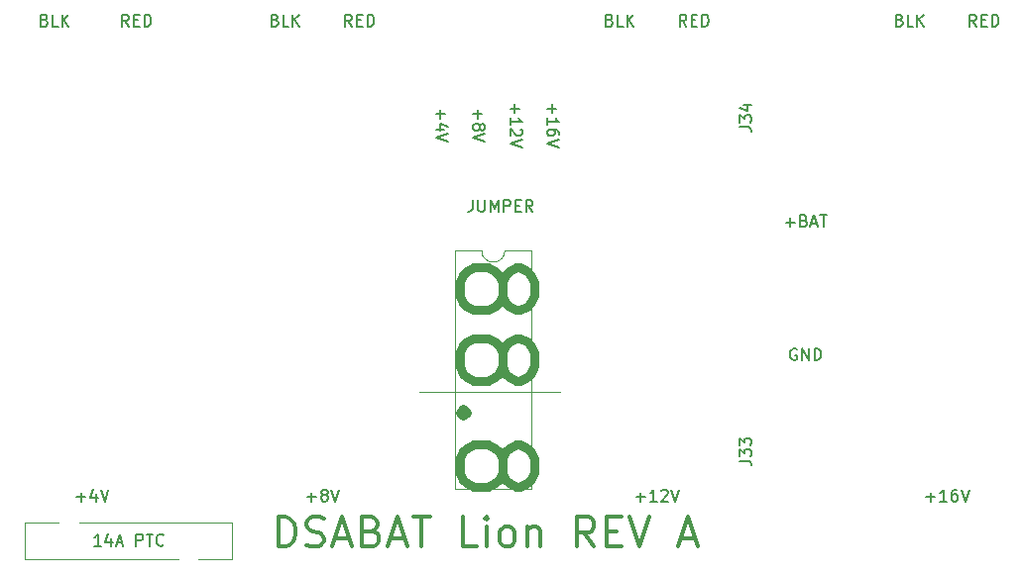
<source format=gbr>
G04 #@! TF.GenerationSoftware,KiCad,Pcbnew,(5.1.5)-3*
G04 #@! TF.CreationDate,2020-07-24T15:51:42-07:00*
G04 #@! TF.ProjectId,DSABATLI1,44534142-4154-44c4-9931-2e6b69636164,rev?*
G04 #@! TF.SameCoordinates,Original*
G04 #@! TF.FileFunction,Legend,Top*
G04 #@! TF.FilePolarity,Positive*
%FSLAX46Y46*%
G04 Gerber Fmt 4.6, Leading zero omitted, Abs format (unit mm)*
G04 Created by KiCad (PCBNEW (5.1.5)-3) date 2020-07-24 15:51:42*
%MOMM*%
%LPD*%
G04 APERTURE LIST*
%ADD10C,0.150000*%
%ADD11C,0.304800*%
%ADD12C,0.762000*%
%ADD13C,0.120000*%
G04 APERTURE END LIST*
D10*
X148725238Y-97877380D02*
X148725238Y-98591666D01*
X148677619Y-98734523D01*
X148582380Y-98829761D01*
X148439523Y-98877380D01*
X148344285Y-98877380D01*
X149201428Y-97877380D02*
X149201428Y-98686904D01*
X149249047Y-98782142D01*
X149296666Y-98829761D01*
X149391904Y-98877380D01*
X149582380Y-98877380D01*
X149677619Y-98829761D01*
X149725238Y-98782142D01*
X149772857Y-98686904D01*
X149772857Y-97877380D01*
X150249047Y-98877380D02*
X150249047Y-97877380D01*
X150582380Y-98591666D01*
X150915714Y-97877380D01*
X150915714Y-98877380D01*
X151391904Y-98877380D02*
X151391904Y-97877380D01*
X151772857Y-97877380D01*
X151868095Y-97925000D01*
X151915714Y-97972619D01*
X151963333Y-98067857D01*
X151963333Y-98210714D01*
X151915714Y-98305952D01*
X151868095Y-98353571D01*
X151772857Y-98401190D01*
X151391904Y-98401190D01*
X152391904Y-98353571D02*
X152725238Y-98353571D01*
X152868095Y-98877380D02*
X152391904Y-98877380D01*
X152391904Y-97877380D01*
X152868095Y-97877380D01*
X153868095Y-98877380D02*
X153534761Y-98401190D01*
X153296666Y-98877380D02*
X153296666Y-97877380D01*
X153677619Y-97877380D01*
X153772857Y-97925000D01*
X153820476Y-97972619D01*
X153868095Y-98067857D01*
X153868095Y-98210714D01*
X153820476Y-98305952D01*
X153772857Y-98353571D01*
X153677619Y-98401190D01*
X153296666Y-98401190D01*
D11*
X132140476Y-127514047D02*
X132140476Y-124974047D01*
X132745238Y-124974047D01*
X133108095Y-125095000D01*
X133350000Y-125336904D01*
X133470952Y-125578809D01*
X133591904Y-126062619D01*
X133591904Y-126425476D01*
X133470952Y-126909285D01*
X133350000Y-127151190D01*
X133108095Y-127393095D01*
X132745238Y-127514047D01*
X132140476Y-127514047D01*
X134559523Y-127393095D02*
X134922380Y-127514047D01*
X135527142Y-127514047D01*
X135769047Y-127393095D01*
X135890000Y-127272142D01*
X136010952Y-127030238D01*
X136010952Y-126788333D01*
X135890000Y-126546428D01*
X135769047Y-126425476D01*
X135527142Y-126304523D01*
X135043333Y-126183571D01*
X134801428Y-126062619D01*
X134680476Y-125941666D01*
X134559523Y-125699761D01*
X134559523Y-125457857D01*
X134680476Y-125215952D01*
X134801428Y-125095000D01*
X135043333Y-124974047D01*
X135648095Y-124974047D01*
X136010952Y-125095000D01*
X136978571Y-126788333D02*
X138188095Y-126788333D01*
X136736666Y-127514047D02*
X137583333Y-124974047D01*
X138430000Y-127514047D01*
X140123333Y-126183571D02*
X140486190Y-126304523D01*
X140607142Y-126425476D01*
X140728095Y-126667380D01*
X140728095Y-127030238D01*
X140607142Y-127272142D01*
X140486190Y-127393095D01*
X140244285Y-127514047D01*
X139276666Y-127514047D01*
X139276666Y-124974047D01*
X140123333Y-124974047D01*
X140365238Y-125095000D01*
X140486190Y-125215952D01*
X140607142Y-125457857D01*
X140607142Y-125699761D01*
X140486190Y-125941666D01*
X140365238Y-126062619D01*
X140123333Y-126183571D01*
X139276666Y-126183571D01*
X141695714Y-126788333D02*
X142905238Y-126788333D01*
X141453809Y-127514047D02*
X142300476Y-124974047D01*
X143147142Y-127514047D01*
X143630952Y-124974047D02*
X145082380Y-124974047D01*
X144356666Y-127514047D02*
X144356666Y-124974047D01*
X149073809Y-127514047D02*
X147864285Y-127514047D01*
X147864285Y-124974047D01*
X149920476Y-127514047D02*
X149920476Y-125820714D01*
X149920476Y-124974047D02*
X149799523Y-125095000D01*
X149920476Y-125215952D01*
X150041428Y-125095000D01*
X149920476Y-124974047D01*
X149920476Y-125215952D01*
X151492857Y-127514047D02*
X151250952Y-127393095D01*
X151130000Y-127272142D01*
X151009047Y-127030238D01*
X151009047Y-126304523D01*
X151130000Y-126062619D01*
X151250952Y-125941666D01*
X151492857Y-125820714D01*
X151855714Y-125820714D01*
X152097619Y-125941666D01*
X152218571Y-126062619D01*
X152339523Y-126304523D01*
X152339523Y-127030238D01*
X152218571Y-127272142D01*
X152097619Y-127393095D01*
X151855714Y-127514047D01*
X151492857Y-127514047D01*
X153428095Y-125820714D02*
X153428095Y-127514047D01*
X153428095Y-126062619D02*
X153549047Y-125941666D01*
X153790952Y-125820714D01*
X154153809Y-125820714D01*
X154395714Y-125941666D01*
X154516666Y-126183571D01*
X154516666Y-127514047D01*
X159112857Y-127514047D02*
X158266190Y-126304523D01*
X157661428Y-127514047D02*
X157661428Y-124974047D01*
X158629047Y-124974047D01*
X158870952Y-125095000D01*
X158991904Y-125215952D01*
X159112857Y-125457857D01*
X159112857Y-125820714D01*
X158991904Y-126062619D01*
X158870952Y-126183571D01*
X158629047Y-126304523D01*
X157661428Y-126304523D01*
X160201428Y-126183571D02*
X161048095Y-126183571D01*
X161410952Y-127514047D02*
X160201428Y-127514047D01*
X160201428Y-124974047D01*
X161410952Y-124974047D01*
X162136666Y-124974047D02*
X162983333Y-127514047D01*
X163830000Y-124974047D01*
X166490952Y-126788333D02*
X167700476Y-126788333D01*
X166249047Y-127514047D02*
X167095714Y-124974047D01*
X167942380Y-127514047D01*
D12*
X151250952Y-104865714D02*
X151553333Y-104260952D01*
X151855714Y-103958571D01*
X152460476Y-103656190D01*
X152762857Y-103656190D01*
X153367619Y-103958571D01*
X153670000Y-104260952D01*
X153972380Y-104865714D01*
X153972380Y-106075238D01*
X153670000Y-106680000D01*
X153367619Y-106982380D01*
X152762857Y-107284761D01*
X152460476Y-107284761D01*
X151855714Y-106982380D01*
X151553333Y-106680000D01*
X151250952Y-106075238D01*
X151250952Y-104865714D01*
X150948571Y-104260952D01*
X150646190Y-103958571D01*
X150041428Y-103656190D01*
X148831904Y-103656190D01*
X148227142Y-103958571D01*
X147924761Y-104260952D01*
X147622380Y-104865714D01*
X147622380Y-106075238D01*
X147924761Y-106680000D01*
X148227142Y-106982380D01*
X148831904Y-107284761D01*
X150041428Y-107284761D01*
X150646190Y-106982380D01*
X150948571Y-106680000D01*
X151250952Y-106075238D01*
X151250952Y-110913333D02*
X151553333Y-110308571D01*
X151855714Y-110006190D01*
X152460476Y-109703809D01*
X152762857Y-109703809D01*
X153367619Y-110006190D01*
X153670000Y-110308571D01*
X153972380Y-110913333D01*
X153972380Y-112122857D01*
X153670000Y-112727619D01*
X153367619Y-113030000D01*
X152762857Y-113332380D01*
X152460476Y-113332380D01*
X151855714Y-113030000D01*
X151553333Y-112727619D01*
X151250952Y-112122857D01*
X151250952Y-110913333D01*
X150948571Y-110308571D01*
X150646190Y-110006190D01*
X150041428Y-109703809D01*
X148831904Y-109703809D01*
X148227142Y-110006190D01*
X147924761Y-110308571D01*
X147622380Y-110913333D01*
X147622380Y-112122857D01*
X147924761Y-112727619D01*
X148227142Y-113030000D01*
X148831904Y-113332380D01*
X150041428Y-113332380D01*
X150646190Y-113030000D01*
X150948571Y-112727619D01*
X151250952Y-112122857D01*
X148227142Y-116053809D02*
X147924761Y-116356190D01*
X147622380Y-116053809D01*
X147924761Y-115751428D01*
X148227142Y-116053809D01*
X147622380Y-116053809D01*
X151250952Y-119984761D02*
X151553333Y-119380000D01*
X151855714Y-119077619D01*
X152460476Y-118775238D01*
X152762857Y-118775238D01*
X153367619Y-119077619D01*
X153670000Y-119380000D01*
X153972380Y-119984761D01*
X153972380Y-121194285D01*
X153670000Y-121799047D01*
X153367619Y-122101428D01*
X152762857Y-122403809D01*
X152460476Y-122403809D01*
X151855714Y-122101428D01*
X151553333Y-121799047D01*
X151250952Y-121194285D01*
X151250952Y-119984761D01*
X150948571Y-119380000D01*
X150646190Y-119077619D01*
X150041428Y-118775238D01*
X148831904Y-118775238D01*
X148227142Y-119077619D01*
X147924761Y-119380000D01*
X147622380Y-119984761D01*
X147622380Y-121194285D01*
X147924761Y-121799047D01*
X148227142Y-122101428D01*
X148831904Y-122403809D01*
X150041428Y-122403809D01*
X150646190Y-122101428D01*
X150948571Y-121799047D01*
X151250952Y-121194285D01*
D10*
X160456666Y-82478571D02*
X160599523Y-82526190D01*
X160647142Y-82573809D01*
X160694761Y-82669047D01*
X160694761Y-82811904D01*
X160647142Y-82907142D01*
X160599523Y-82954761D01*
X160504285Y-83002380D01*
X160123333Y-83002380D01*
X160123333Y-82002380D01*
X160456666Y-82002380D01*
X160551904Y-82050000D01*
X160599523Y-82097619D01*
X160647142Y-82192857D01*
X160647142Y-82288095D01*
X160599523Y-82383333D01*
X160551904Y-82430952D01*
X160456666Y-82478571D01*
X160123333Y-82478571D01*
X161599523Y-83002380D02*
X161123333Y-83002380D01*
X161123333Y-82002380D01*
X161932857Y-83002380D02*
X161932857Y-82002380D01*
X162504285Y-83002380D02*
X162075714Y-82430952D01*
X162504285Y-82002380D02*
X161932857Y-82573809D01*
X131881666Y-82478571D02*
X132024523Y-82526190D01*
X132072142Y-82573809D01*
X132119761Y-82669047D01*
X132119761Y-82811904D01*
X132072142Y-82907142D01*
X132024523Y-82954761D01*
X131929285Y-83002380D01*
X131548333Y-83002380D01*
X131548333Y-82002380D01*
X131881666Y-82002380D01*
X131976904Y-82050000D01*
X132024523Y-82097619D01*
X132072142Y-82192857D01*
X132072142Y-82288095D01*
X132024523Y-82383333D01*
X131976904Y-82430952D01*
X131881666Y-82478571D01*
X131548333Y-82478571D01*
X133024523Y-83002380D02*
X132548333Y-83002380D01*
X132548333Y-82002380D01*
X133357857Y-83002380D02*
X133357857Y-82002380D01*
X133929285Y-83002380D02*
X133500714Y-82430952D01*
X133929285Y-82002380D02*
X133357857Y-82573809D01*
X138422142Y-83002380D02*
X138088809Y-82526190D01*
X137850714Y-83002380D02*
X137850714Y-82002380D01*
X138231666Y-82002380D01*
X138326904Y-82050000D01*
X138374523Y-82097619D01*
X138422142Y-82192857D01*
X138422142Y-82335714D01*
X138374523Y-82430952D01*
X138326904Y-82478571D01*
X138231666Y-82526190D01*
X137850714Y-82526190D01*
X138850714Y-82478571D02*
X139184047Y-82478571D01*
X139326904Y-83002380D02*
X138850714Y-83002380D01*
X138850714Y-82002380D01*
X139326904Y-82002380D01*
X139755476Y-83002380D02*
X139755476Y-82002380D01*
X139993571Y-82002380D01*
X140136428Y-82050000D01*
X140231666Y-82145238D01*
X140279285Y-82240476D01*
X140326904Y-82430952D01*
X140326904Y-82573809D01*
X140279285Y-82764285D01*
X140231666Y-82859523D01*
X140136428Y-82954761D01*
X139993571Y-83002380D01*
X139755476Y-83002380D01*
X191762142Y-83002380D02*
X191428809Y-82526190D01*
X191190714Y-83002380D02*
X191190714Y-82002380D01*
X191571666Y-82002380D01*
X191666904Y-82050000D01*
X191714523Y-82097619D01*
X191762142Y-82192857D01*
X191762142Y-82335714D01*
X191714523Y-82430952D01*
X191666904Y-82478571D01*
X191571666Y-82526190D01*
X191190714Y-82526190D01*
X192190714Y-82478571D02*
X192524047Y-82478571D01*
X192666904Y-83002380D02*
X192190714Y-83002380D01*
X192190714Y-82002380D01*
X192666904Y-82002380D01*
X193095476Y-83002380D02*
X193095476Y-82002380D01*
X193333571Y-82002380D01*
X193476428Y-82050000D01*
X193571666Y-82145238D01*
X193619285Y-82240476D01*
X193666904Y-82430952D01*
X193666904Y-82573809D01*
X193619285Y-82764285D01*
X193571666Y-82859523D01*
X193476428Y-82954761D01*
X193333571Y-83002380D01*
X193095476Y-83002380D01*
X166997142Y-83002380D02*
X166663809Y-82526190D01*
X166425714Y-83002380D02*
X166425714Y-82002380D01*
X166806666Y-82002380D01*
X166901904Y-82050000D01*
X166949523Y-82097619D01*
X166997142Y-82192857D01*
X166997142Y-82335714D01*
X166949523Y-82430952D01*
X166901904Y-82478571D01*
X166806666Y-82526190D01*
X166425714Y-82526190D01*
X167425714Y-82478571D02*
X167759047Y-82478571D01*
X167901904Y-83002380D02*
X167425714Y-83002380D01*
X167425714Y-82002380D01*
X167901904Y-82002380D01*
X168330476Y-83002380D02*
X168330476Y-82002380D01*
X168568571Y-82002380D01*
X168711428Y-82050000D01*
X168806666Y-82145238D01*
X168854285Y-82240476D01*
X168901904Y-82430952D01*
X168901904Y-82573809D01*
X168854285Y-82764285D01*
X168806666Y-82859523D01*
X168711428Y-82954761D01*
X168568571Y-83002380D01*
X168330476Y-83002380D01*
X185221666Y-82478571D02*
X185364523Y-82526190D01*
X185412142Y-82573809D01*
X185459761Y-82669047D01*
X185459761Y-82811904D01*
X185412142Y-82907142D01*
X185364523Y-82954761D01*
X185269285Y-83002380D01*
X184888333Y-83002380D01*
X184888333Y-82002380D01*
X185221666Y-82002380D01*
X185316904Y-82050000D01*
X185364523Y-82097619D01*
X185412142Y-82192857D01*
X185412142Y-82288095D01*
X185364523Y-82383333D01*
X185316904Y-82430952D01*
X185221666Y-82478571D01*
X184888333Y-82478571D01*
X186364523Y-83002380D02*
X185888333Y-83002380D01*
X185888333Y-82002380D01*
X186697857Y-83002380D02*
X186697857Y-82002380D01*
X187269285Y-83002380D02*
X186840714Y-82430952D01*
X187269285Y-82002380D02*
X186697857Y-82573809D01*
X119372142Y-83002380D02*
X119038809Y-82526190D01*
X118800714Y-83002380D02*
X118800714Y-82002380D01*
X119181666Y-82002380D01*
X119276904Y-82050000D01*
X119324523Y-82097619D01*
X119372142Y-82192857D01*
X119372142Y-82335714D01*
X119324523Y-82430952D01*
X119276904Y-82478571D01*
X119181666Y-82526190D01*
X118800714Y-82526190D01*
X119800714Y-82478571D02*
X120134047Y-82478571D01*
X120276904Y-83002380D02*
X119800714Y-83002380D01*
X119800714Y-82002380D01*
X120276904Y-82002380D01*
X120705476Y-83002380D02*
X120705476Y-82002380D01*
X120943571Y-82002380D01*
X121086428Y-82050000D01*
X121181666Y-82145238D01*
X121229285Y-82240476D01*
X121276904Y-82430952D01*
X121276904Y-82573809D01*
X121229285Y-82764285D01*
X121181666Y-82859523D01*
X121086428Y-82954761D01*
X120943571Y-83002380D01*
X120705476Y-83002380D01*
X112196666Y-82478571D02*
X112339523Y-82526190D01*
X112387142Y-82573809D01*
X112434761Y-82669047D01*
X112434761Y-82811904D01*
X112387142Y-82907142D01*
X112339523Y-82954761D01*
X112244285Y-83002380D01*
X111863333Y-83002380D01*
X111863333Y-82002380D01*
X112196666Y-82002380D01*
X112291904Y-82050000D01*
X112339523Y-82097619D01*
X112387142Y-82192857D01*
X112387142Y-82288095D01*
X112339523Y-82383333D01*
X112291904Y-82430952D01*
X112196666Y-82478571D01*
X111863333Y-82478571D01*
X113339523Y-83002380D02*
X112863333Y-83002380D01*
X112863333Y-82002380D01*
X113672857Y-83002380D02*
X113672857Y-82002380D01*
X114244285Y-83002380D02*
X113815714Y-82430952D01*
X114244285Y-82002380D02*
X113672857Y-82573809D01*
X114919285Y-123261428D02*
X115681190Y-123261428D01*
X115300238Y-123642380D02*
X115300238Y-122880476D01*
X116585952Y-122975714D02*
X116585952Y-123642380D01*
X116347857Y-122594761D02*
X116109761Y-123309047D01*
X116728809Y-123309047D01*
X116966904Y-122642380D02*
X117300238Y-123642380D01*
X117633571Y-122642380D01*
X134604285Y-123261428D02*
X135366190Y-123261428D01*
X134985238Y-123642380D02*
X134985238Y-122880476D01*
X135985238Y-123070952D02*
X135890000Y-123023333D01*
X135842380Y-122975714D01*
X135794761Y-122880476D01*
X135794761Y-122832857D01*
X135842380Y-122737619D01*
X135890000Y-122690000D01*
X135985238Y-122642380D01*
X136175714Y-122642380D01*
X136270952Y-122690000D01*
X136318571Y-122737619D01*
X136366190Y-122832857D01*
X136366190Y-122880476D01*
X136318571Y-122975714D01*
X136270952Y-123023333D01*
X136175714Y-123070952D01*
X135985238Y-123070952D01*
X135890000Y-123118571D01*
X135842380Y-123166190D01*
X135794761Y-123261428D01*
X135794761Y-123451904D01*
X135842380Y-123547142D01*
X135890000Y-123594761D01*
X135985238Y-123642380D01*
X136175714Y-123642380D01*
X136270952Y-123594761D01*
X136318571Y-123547142D01*
X136366190Y-123451904D01*
X136366190Y-123261428D01*
X136318571Y-123166190D01*
X136270952Y-123118571D01*
X136175714Y-123070952D01*
X136651904Y-122642380D02*
X136985238Y-123642380D01*
X137318571Y-122642380D01*
X162703095Y-123261428D02*
X163465000Y-123261428D01*
X163084047Y-123642380D02*
X163084047Y-122880476D01*
X164465000Y-123642380D02*
X163893571Y-123642380D01*
X164179285Y-123642380D02*
X164179285Y-122642380D01*
X164084047Y-122785238D01*
X163988809Y-122880476D01*
X163893571Y-122928095D01*
X164845952Y-122737619D02*
X164893571Y-122690000D01*
X164988809Y-122642380D01*
X165226904Y-122642380D01*
X165322142Y-122690000D01*
X165369761Y-122737619D01*
X165417380Y-122832857D01*
X165417380Y-122928095D01*
X165369761Y-123070952D01*
X164798333Y-123642380D01*
X165417380Y-123642380D01*
X165703095Y-122642380D02*
X166036428Y-123642380D01*
X166369761Y-122642380D01*
X187468095Y-123261428D02*
X188230000Y-123261428D01*
X187849047Y-123642380D02*
X187849047Y-122880476D01*
X189230000Y-123642380D02*
X188658571Y-123642380D01*
X188944285Y-123642380D02*
X188944285Y-122642380D01*
X188849047Y-122785238D01*
X188753809Y-122880476D01*
X188658571Y-122928095D01*
X190087142Y-122642380D02*
X189896666Y-122642380D01*
X189801428Y-122690000D01*
X189753809Y-122737619D01*
X189658571Y-122880476D01*
X189610952Y-123070952D01*
X189610952Y-123451904D01*
X189658571Y-123547142D01*
X189706190Y-123594761D01*
X189801428Y-123642380D01*
X189991904Y-123642380D01*
X190087142Y-123594761D01*
X190134761Y-123547142D01*
X190182380Y-123451904D01*
X190182380Y-123213809D01*
X190134761Y-123118571D01*
X190087142Y-123070952D01*
X189991904Y-123023333D01*
X189801428Y-123023333D01*
X189706190Y-123070952D01*
X189658571Y-123118571D01*
X189610952Y-123213809D01*
X190468095Y-122642380D02*
X190801428Y-123642380D01*
X191134761Y-122642380D01*
X155503571Y-89678095D02*
X155503571Y-90440000D01*
X155122619Y-90059047D02*
X155884523Y-90059047D01*
X155122619Y-91440000D02*
X155122619Y-90868571D01*
X155122619Y-91154285D02*
X156122619Y-91154285D01*
X155979761Y-91059047D01*
X155884523Y-90963809D01*
X155836904Y-90868571D01*
X156122619Y-92297142D02*
X156122619Y-92106666D01*
X156075000Y-92011428D01*
X156027380Y-91963809D01*
X155884523Y-91868571D01*
X155694047Y-91820952D01*
X155313095Y-91820952D01*
X155217857Y-91868571D01*
X155170238Y-91916190D01*
X155122619Y-92011428D01*
X155122619Y-92201904D01*
X155170238Y-92297142D01*
X155217857Y-92344761D01*
X155313095Y-92392380D01*
X155551190Y-92392380D01*
X155646428Y-92344761D01*
X155694047Y-92297142D01*
X155741666Y-92201904D01*
X155741666Y-92011428D01*
X155694047Y-91916190D01*
X155646428Y-91868571D01*
X155551190Y-91820952D01*
X156122619Y-92678095D02*
X155122619Y-93011428D01*
X156122619Y-93344761D01*
X152328571Y-89678095D02*
X152328571Y-90440000D01*
X151947619Y-90059047D02*
X152709523Y-90059047D01*
X151947619Y-91440000D02*
X151947619Y-90868571D01*
X151947619Y-91154285D02*
X152947619Y-91154285D01*
X152804761Y-91059047D01*
X152709523Y-90963809D01*
X152661904Y-90868571D01*
X152852380Y-91820952D02*
X152900000Y-91868571D01*
X152947619Y-91963809D01*
X152947619Y-92201904D01*
X152900000Y-92297142D01*
X152852380Y-92344761D01*
X152757142Y-92392380D01*
X152661904Y-92392380D01*
X152519047Y-92344761D01*
X151947619Y-91773333D01*
X151947619Y-92392380D01*
X152947619Y-92678095D02*
X151947619Y-93011428D01*
X152947619Y-93344761D01*
X149153571Y-90154285D02*
X149153571Y-90916190D01*
X148772619Y-90535238D02*
X149534523Y-90535238D01*
X149344047Y-91535238D02*
X149391666Y-91440000D01*
X149439285Y-91392380D01*
X149534523Y-91344761D01*
X149582142Y-91344761D01*
X149677380Y-91392380D01*
X149725000Y-91440000D01*
X149772619Y-91535238D01*
X149772619Y-91725714D01*
X149725000Y-91820952D01*
X149677380Y-91868571D01*
X149582142Y-91916190D01*
X149534523Y-91916190D01*
X149439285Y-91868571D01*
X149391666Y-91820952D01*
X149344047Y-91725714D01*
X149344047Y-91535238D01*
X149296428Y-91440000D01*
X149248809Y-91392380D01*
X149153571Y-91344761D01*
X148963095Y-91344761D01*
X148867857Y-91392380D01*
X148820238Y-91440000D01*
X148772619Y-91535238D01*
X148772619Y-91725714D01*
X148820238Y-91820952D01*
X148867857Y-91868571D01*
X148963095Y-91916190D01*
X149153571Y-91916190D01*
X149248809Y-91868571D01*
X149296428Y-91820952D01*
X149344047Y-91725714D01*
X149772619Y-92201904D02*
X148772619Y-92535238D01*
X149772619Y-92868571D01*
X145978571Y-90154285D02*
X145978571Y-90916190D01*
X145597619Y-90535238D02*
X146359523Y-90535238D01*
X146264285Y-91820952D02*
X145597619Y-91820952D01*
X146645238Y-91582857D02*
X145930952Y-91344761D01*
X145930952Y-91963809D01*
X146597619Y-92201904D02*
X145597619Y-92535238D01*
X146597619Y-92868571D01*
D13*
X156210000Y-114300000D02*
X144145000Y-114300000D01*
X153730000Y-102175000D02*
X151495000Y-102175000D01*
X153730000Y-122615000D02*
X153730000Y-102175000D01*
X147260000Y-122615000D02*
X153730000Y-122615000D01*
X147260000Y-102175000D02*
X147260000Y-122615000D01*
X149495000Y-102175000D02*
X147260000Y-102175000D01*
X151495000Y-102175000D02*
G75*
G02X149495000Y-102175000I-1000000J0D01*
G01*
X110510000Y-128635000D02*
X110510000Y-125435000D01*
X128211000Y-128635000D02*
X128211000Y-125435000D01*
X113381000Y-125435000D02*
X110510000Y-125435000D01*
X128211000Y-125435000D02*
X115138000Y-125435000D01*
X123581000Y-128635000D02*
X110510000Y-128635000D01*
X128211000Y-128635000D02*
X125339000Y-128635000D01*
D10*
X116999047Y-127452380D02*
X116427619Y-127452380D01*
X116713333Y-127452380D02*
X116713333Y-126452380D01*
X116618095Y-126595238D01*
X116522857Y-126690476D01*
X116427619Y-126738095D01*
X117856190Y-126785714D02*
X117856190Y-127452380D01*
X117618095Y-126404761D02*
X117380000Y-127119047D01*
X117999047Y-127119047D01*
X118332380Y-127166666D02*
X118808571Y-127166666D01*
X118237142Y-127452380D02*
X118570476Y-126452380D01*
X118903809Y-127452380D01*
X119999047Y-127452380D02*
X119999047Y-126452380D01*
X120380000Y-126452380D01*
X120475238Y-126500000D01*
X120522857Y-126547619D01*
X120570476Y-126642857D01*
X120570476Y-126785714D01*
X120522857Y-126880952D01*
X120475238Y-126928571D01*
X120380000Y-126976190D01*
X119999047Y-126976190D01*
X120856190Y-126452380D02*
X121427619Y-126452380D01*
X121141904Y-127452380D02*
X121141904Y-126452380D01*
X122332380Y-127357142D02*
X122284761Y-127404761D01*
X122141904Y-127452380D01*
X122046666Y-127452380D01*
X121903809Y-127404761D01*
X121808571Y-127309523D01*
X121760952Y-127214285D01*
X121713333Y-127023809D01*
X121713333Y-126880952D01*
X121760952Y-126690476D01*
X121808571Y-126595238D01*
X121903809Y-126500000D01*
X122046666Y-126452380D01*
X122141904Y-126452380D01*
X122284761Y-126500000D01*
X122332380Y-126547619D01*
X171537380Y-91614523D02*
X172251666Y-91614523D01*
X172394523Y-91662142D01*
X172489761Y-91757380D01*
X172537380Y-91900238D01*
X172537380Y-91995476D01*
X171537380Y-91233571D02*
X171537380Y-90614523D01*
X171918333Y-90947857D01*
X171918333Y-90805000D01*
X171965952Y-90709761D01*
X172013571Y-90662142D01*
X172108809Y-90614523D01*
X172346904Y-90614523D01*
X172442142Y-90662142D01*
X172489761Y-90709761D01*
X172537380Y-90805000D01*
X172537380Y-91090714D01*
X172489761Y-91185952D01*
X172442142Y-91233571D01*
X171870714Y-89757380D02*
X172537380Y-89757380D01*
X171489761Y-89995476D02*
X172204047Y-90233571D01*
X172204047Y-89614523D01*
X175474523Y-99766428D02*
X176236428Y-99766428D01*
X175855476Y-100147380D02*
X175855476Y-99385476D01*
X177045952Y-99623571D02*
X177188809Y-99671190D01*
X177236428Y-99718809D01*
X177284047Y-99814047D01*
X177284047Y-99956904D01*
X177236428Y-100052142D01*
X177188809Y-100099761D01*
X177093571Y-100147380D01*
X176712619Y-100147380D01*
X176712619Y-99147380D01*
X177045952Y-99147380D01*
X177141190Y-99195000D01*
X177188809Y-99242619D01*
X177236428Y-99337857D01*
X177236428Y-99433095D01*
X177188809Y-99528333D01*
X177141190Y-99575952D01*
X177045952Y-99623571D01*
X176712619Y-99623571D01*
X177665000Y-99861666D02*
X178141190Y-99861666D01*
X177569761Y-100147380D02*
X177903095Y-99147380D01*
X178236428Y-100147380D01*
X178426904Y-99147380D02*
X178998333Y-99147380D01*
X178712619Y-100147380D02*
X178712619Y-99147380D01*
X171537380Y-120189523D02*
X172251666Y-120189523D01*
X172394523Y-120237142D01*
X172489761Y-120332380D01*
X172537380Y-120475238D01*
X172537380Y-120570476D01*
X171537380Y-119808571D02*
X171537380Y-119189523D01*
X171918333Y-119522857D01*
X171918333Y-119380000D01*
X171965952Y-119284761D01*
X172013571Y-119237142D01*
X172108809Y-119189523D01*
X172346904Y-119189523D01*
X172442142Y-119237142D01*
X172489761Y-119284761D01*
X172537380Y-119380000D01*
X172537380Y-119665714D01*
X172489761Y-119760952D01*
X172442142Y-119808571D01*
X171537380Y-118856190D02*
X171537380Y-118237142D01*
X171918333Y-118570476D01*
X171918333Y-118427619D01*
X171965952Y-118332380D01*
X172013571Y-118284761D01*
X172108809Y-118237142D01*
X172346904Y-118237142D01*
X172442142Y-118284761D01*
X172489761Y-118332380D01*
X172537380Y-118427619D01*
X172537380Y-118713333D01*
X172489761Y-118808571D01*
X172442142Y-118856190D01*
X176403095Y-110625000D02*
X176307857Y-110577380D01*
X176165000Y-110577380D01*
X176022142Y-110625000D01*
X175926904Y-110720238D01*
X175879285Y-110815476D01*
X175831666Y-111005952D01*
X175831666Y-111148809D01*
X175879285Y-111339285D01*
X175926904Y-111434523D01*
X176022142Y-111529761D01*
X176165000Y-111577380D01*
X176260238Y-111577380D01*
X176403095Y-111529761D01*
X176450714Y-111482142D01*
X176450714Y-111148809D01*
X176260238Y-111148809D01*
X176879285Y-111577380D02*
X176879285Y-110577380D01*
X177450714Y-111577380D01*
X177450714Y-110577380D01*
X177926904Y-111577380D02*
X177926904Y-110577380D01*
X178165000Y-110577380D01*
X178307857Y-110625000D01*
X178403095Y-110720238D01*
X178450714Y-110815476D01*
X178498333Y-111005952D01*
X178498333Y-111148809D01*
X178450714Y-111339285D01*
X178403095Y-111434523D01*
X178307857Y-111529761D01*
X178165000Y-111577380D01*
X177926904Y-111577380D01*
M02*

</source>
